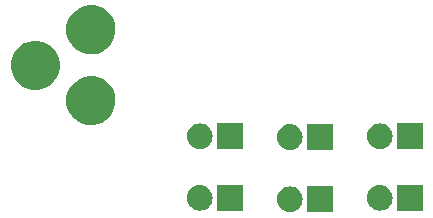
<source format=gbs>
G04 #@! TF.FileFunction,Soldermask,Bot*
%FSLAX46Y46*%
G04 Gerber Fmt 4.6, Leading zero omitted, Abs format (unit mm)*
G04 Created by KiCad (PCBNEW 4.0.1-3.201512221402+6198~38~ubuntu14.04.1-stable) date Sat 30 Jul 2016 07:40:51 PM PDT*
%MOMM*%
G01*
G04 APERTURE LIST*
%ADD10C,0.100000*%
G04 APERTURE END LIST*
D10*
G36*
X132363080Y-105922317D02*
X132363090Y-105922320D01*
X132363117Y-105922323D01*
X132566745Y-105985356D01*
X132754250Y-106086740D01*
X132918493Y-106222614D01*
X133053217Y-106387801D01*
X133153289Y-106576010D01*
X133214899Y-106780072D01*
X133235700Y-106992215D01*
X133235700Y-107002785D01*
X133235594Y-107018034D01*
X133211833Y-107229866D01*
X133147380Y-107433048D01*
X133044689Y-107619842D01*
X132907672Y-107783132D01*
X132741549Y-107916699D01*
X132552645Y-108015455D01*
X132348158Y-108075639D01*
X132348130Y-108075642D01*
X132348122Y-108075644D01*
X132135876Y-108094959D01*
X131923920Y-108072683D01*
X131923910Y-108072680D01*
X131923883Y-108072677D01*
X131720255Y-108009644D01*
X131532750Y-107908260D01*
X131368507Y-107772386D01*
X131233783Y-107607199D01*
X131133711Y-107418990D01*
X131072101Y-107214928D01*
X131051300Y-107002785D01*
X131051300Y-106992215D01*
X131051406Y-106976966D01*
X131075167Y-106765134D01*
X131139620Y-106561952D01*
X131242311Y-106375158D01*
X131379328Y-106211868D01*
X131545451Y-106078301D01*
X131734355Y-105979545D01*
X131938842Y-105919361D01*
X131938870Y-105919358D01*
X131938878Y-105919356D01*
X132151124Y-105900041D01*
X132363080Y-105922317D01*
X132363080Y-105922317D01*
G37*
G36*
X135775700Y-108089700D02*
X133591300Y-108089700D01*
X133591300Y-105905300D01*
X135775700Y-105905300D01*
X135775700Y-108089700D01*
X135775700Y-108089700D01*
G37*
G36*
X124743080Y-105795317D02*
X124743090Y-105795320D01*
X124743117Y-105795323D01*
X124946745Y-105858356D01*
X125134250Y-105959740D01*
X125298493Y-106095614D01*
X125433217Y-106260801D01*
X125533289Y-106449010D01*
X125594899Y-106653072D01*
X125615700Y-106865215D01*
X125615700Y-106875785D01*
X125615594Y-106891034D01*
X125591833Y-107102866D01*
X125527380Y-107306048D01*
X125424689Y-107492842D01*
X125287672Y-107656132D01*
X125121549Y-107789699D01*
X124932645Y-107888455D01*
X124728158Y-107948639D01*
X124728130Y-107948642D01*
X124728122Y-107948644D01*
X124515876Y-107967959D01*
X124303920Y-107945683D01*
X124303910Y-107945680D01*
X124303883Y-107945677D01*
X124100255Y-107882644D01*
X123912750Y-107781260D01*
X123748507Y-107645386D01*
X123613783Y-107480199D01*
X123513711Y-107291990D01*
X123452101Y-107087928D01*
X123431300Y-106875785D01*
X123431300Y-106865215D01*
X123431406Y-106849966D01*
X123455167Y-106638134D01*
X123519620Y-106434952D01*
X123622311Y-106248158D01*
X123759328Y-106084868D01*
X123925451Y-105951301D01*
X124114355Y-105852545D01*
X124318842Y-105792361D01*
X124318870Y-105792358D01*
X124318878Y-105792356D01*
X124531124Y-105773041D01*
X124743080Y-105795317D01*
X124743080Y-105795317D01*
G37*
G36*
X139983080Y-105795317D02*
X139983090Y-105795320D01*
X139983117Y-105795323D01*
X140186745Y-105858356D01*
X140374250Y-105959740D01*
X140538493Y-106095614D01*
X140673217Y-106260801D01*
X140773289Y-106449010D01*
X140834899Y-106653072D01*
X140855700Y-106865215D01*
X140855700Y-106875785D01*
X140855594Y-106891034D01*
X140831833Y-107102866D01*
X140767380Y-107306048D01*
X140664689Y-107492842D01*
X140527672Y-107656132D01*
X140361549Y-107789699D01*
X140172645Y-107888455D01*
X139968158Y-107948639D01*
X139968130Y-107948642D01*
X139968122Y-107948644D01*
X139755876Y-107967959D01*
X139543920Y-107945683D01*
X139543910Y-107945680D01*
X139543883Y-107945677D01*
X139340255Y-107882644D01*
X139152750Y-107781260D01*
X138988507Y-107645386D01*
X138853783Y-107480199D01*
X138753711Y-107291990D01*
X138692101Y-107087928D01*
X138671300Y-106875785D01*
X138671300Y-106865215D01*
X138671406Y-106849966D01*
X138695167Y-106638134D01*
X138759620Y-106434952D01*
X138862311Y-106248158D01*
X138999328Y-106084868D01*
X139165451Y-105951301D01*
X139354355Y-105852545D01*
X139558842Y-105792361D01*
X139558870Y-105792358D01*
X139558878Y-105792356D01*
X139771124Y-105773041D01*
X139983080Y-105795317D01*
X139983080Y-105795317D01*
G37*
G36*
X143395700Y-107962700D02*
X141211300Y-107962700D01*
X141211300Y-105778300D01*
X143395700Y-105778300D01*
X143395700Y-107962700D01*
X143395700Y-107962700D01*
G37*
G36*
X128155700Y-107962700D02*
X125971300Y-107962700D01*
X125971300Y-105778300D01*
X128155700Y-105778300D01*
X128155700Y-107962700D01*
X128155700Y-107962700D01*
G37*
G36*
X132363080Y-100651817D02*
X132363090Y-100651820D01*
X132363117Y-100651823D01*
X132566745Y-100714856D01*
X132754250Y-100816240D01*
X132918493Y-100952114D01*
X133053217Y-101117301D01*
X133153289Y-101305510D01*
X133214899Y-101509572D01*
X133235700Y-101721715D01*
X133235700Y-101732285D01*
X133235594Y-101747534D01*
X133211833Y-101959366D01*
X133147380Y-102162548D01*
X133044689Y-102349342D01*
X132907672Y-102512632D01*
X132741549Y-102646199D01*
X132552645Y-102744955D01*
X132348158Y-102805139D01*
X132348130Y-102805142D01*
X132348122Y-102805144D01*
X132135876Y-102824459D01*
X131923920Y-102802183D01*
X131923910Y-102802180D01*
X131923883Y-102802177D01*
X131720255Y-102739144D01*
X131532750Y-102637760D01*
X131368507Y-102501886D01*
X131233783Y-102336699D01*
X131133711Y-102148490D01*
X131072101Y-101944428D01*
X131051300Y-101732285D01*
X131051300Y-101721715D01*
X131051406Y-101706466D01*
X131075167Y-101494634D01*
X131139620Y-101291452D01*
X131242311Y-101104658D01*
X131379328Y-100941368D01*
X131545451Y-100807801D01*
X131734355Y-100709045D01*
X131938842Y-100648861D01*
X131938870Y-100648858D01*
X131938878Y-100648856D01*
X132151124Y-100629541D01*
X132363080Y-100651817D01*
X132363080Y-100651817D01*
G37*
G36*
X135775700Y-102819200D02*
X133591300Y-102819200D01*
X133591300Y-100634800D01*
X135775700Y-100634800D01*
X135775700Y-102819200D01*
X135775700Y-102819200D01*
G37*
G36*
X124743080Y-100588317D02*
X124743090Y-100588320D01*
X124743117Y-100588323D01*
X124946745Y-100651356D01*
X125134250Y-100752740D01*
X125298493Y-100888614D01*
X125433217Y-101053801D01*
X125533289Y-101242010D01*
X125594899Y-101446072D01*
X125615700Y-101658215D01*
X125615700Y-101668785D01*
X125615594Y-101684034D01*
X125591833Y-101895866D01*
X125527380Y-102099048D01*
X125424689Y-102285842D01*
X125287672Y-102449132D01*
X125121549Y-102582699D01*
X124932645Y-102681455D01*
X124728158Y-102741639D01*
X124728130Y-102741642D01*
X124728122Y-102741644D01*
X124515876Y-102760959D01*
X124303920Y-102738683D01*
X124303910Y-102738680D01*
X124303883Y-102738677D01*
X124100255Y-102675644D01*
X123912750Y-102574260D01*
X123748507Y-102438386D01*
X123613783Y-102273199D01*
X123513711Y-102084990D01*
X123452101Y-101880928D01*
X123431300Y-101668785D01*
X123431300Y-101658215D01*
X123431406Y-101642966D01*
X123455167Y-101431134D01*
X123519620Y-101227952D01*
X123622311Y-101041158D01*
X123759328Y-100877868D01*
X123925451Y-100744301D01*
X124114355Y-100645545D01*
X124318842Y-100585361D01*
X124318870Y-100585358D01*
X124318878Y-100585356D01*
X124531124Y-100566041D01*
X124743080Y-100588317D01*
X124743080Y-100588317D01*
G37*
G36*
X139983080Y-100588317D02*
X139983090Y-100588320D01*
X139983117Y-100588323D01*
X140186745Y-100651356D01*
X140374250Y-100752740D01*
X140538493Y-100888614D01*
X140673217Y-101053801D01*
X140773289Y-101242010D01*
X140834899Y-101446072D01*
X140855700Y-101658215D01*
X140855700Y-101668785D01*
X140855594Y-101684034D01*
X140831833Y-101895866D01*
X140767380Y-102099048D01*
X140664689Y-102285842D01*
X140527672Y-102449132D01*
X140361549Y-102582699D01*
X140172645Y-102681455D01*
X139968158Y-102741639D01*
X139968130Y-102741642D01*
X139968122Y-102741644D01*
X139755876Y-102760959D01*
X139543920Y-102738683D01*
X139543910Y-102738680D01*
X139543883Y-102738677D01*
X139340255Y-102675644D01*
X139152750Y-102574260D01*
X138988507Y-102438386D01*
X138853783Y-102273199D01*
X138753711Y-102084990D01*
X138692101Y-101880928D01*
X138671300Y-101668785D01*
X138671300Y-101658215D01*
X138671406Y-101642966D01*
X138695167Y-101431134D01*
X138759620Y-101227952D01*
X138862311Y-101041158D01*
X138999328Y-100877868D01*
X139165451Y-100744301D01*
X139354355Y-100645545D01*
X139558842Y-100585361D01*
X139558870Y-100585358D01*
X139558878Y-100585356D01*
X139771124Y-100566041D01*
X139983080Y-100588317D01*
X139983080Y-100588317D01*
G37*
G36*
X143395700Y-102755700D02*
X141211300Y-102755700D01*
X141211300Y-100571300D01*
X143395700Y-100571300D01*
X143395700Y-102755700D01*
X143395700Y-102755700D01*
G37*
G36*
X128155700Y-102755700D02*
X125971300Y-102755700D01*
X125971300Y-100571300D01*
X128155700Y-100571300D01*
X128155700Y-102755700D01*
X128155700Y-102755700D01*
G37*
G36*
X115534071Y-96581321D02*
X115932922Y-96663193D01*
X116308271Y-96820976D01*
X116645820Y-97048656D01*
X116932729Y-97337575D01*
X117158047Y-97676705D01*
X117313206Y-98053149D01*
X117392238Y-98452293D01*
X117392238Y-98452300D01*
X117392289Y-98452558D01*
X117385795Y-98917616D01*
X117385737Y-98917871D01*
X117385737Y-98917878D01*
X117295591Y-99314661D01*
X117129981Y-99686626D01*
X116895279Y-100019338D01*
X116600424Y-100300124D01*
X116256644Y-100518293D01*
X115877030Y-100665536D01*
X115476058Y-100736238D01*
X115068976Y-100727711D01*
X114671313Y-100640279D01*
X114298207Y-100477273D01*
X113963861Y-100244896D01*
X113681024Y-99952010D01*
X113460456Y-99609756D01*
X113310571Y-99231189D01*
X113237069Y-98830711D01*
X113242754Y-98423587D01*
X113327408Y-98025323D01*
X113487807Y-97651083D01*
X113717843Y-97315124D01*
X114008747Y-97030250D01*
X114349449Y-96807301D01*
X114726969Y-96654773D01*
X115126917Y-96578479D01*
X115534071Y-96581321D01*
X115534071Y-96581321D01*
G37*
G36*
X110835071Y-93581581D02*
X111233922Y-93663453D01*
X111609271Y-93821236D01*
X111946820Y-94048916D01*
X112233729Y-94337835D01*
X112459047Y-94676965D01*
X112614206Y-95053409D01*
X112693238Y-95452553D01*
X112693238Y-95452560D01*
X112693289Y-95452818D01*
X112686795Y-95917876D01*
X112686737Y-95918131D01*
X112686737Y-95918138D01*
X112596591Y-96314921D01*
X112430981Y-96686886D01*
X112196279Y-97019598D01*
X111901424Y-97300384D01*
X111557644Y-97518553D01*
X111178030Y-97665796D01*
X110777058Y-97736498D01*
X110369976Y-97727971D01*
X109972313Y-97640539D01*
X109599207Y-97477533D01*
X109264861Y-97245156D01*
X108982024Y-96952270D01*
X108761456Y-96610016D01*
X108611571Y-96231449D01*
X108538069Y-95830971D01*
X108543754Y-95423847D01*
X108628408Y-95025583D01*
X108788807Y-94651343D01*
X109018843Y-94315384D01*
X109309747Y-94030510D01*
X109650449Y-93807561D01*
X110027969Y-93655033D01*
X110427917Y-93578739D01*
X110835071Y-93581581D01*
X110835071Y-93581581D01*
G37*
G36*
X115534071Y-90581841D02*
X115932922Y-90663713D01*
X116308271Y-90821496D01*
X116645820Y-91049176D01*
X116932729Y-91338095D01*
X117158047Y-91677225D01*
X117313206Y-92053669D01*
X117392238Y-92452813D01*
X117392238Y-92452820D01*
X117392289Y-92453078D01*
X117385795Y-92918136D01*
X117385737Y-92918391D01*
X117385737Y-92918398D01*
X117295591Y-93315181D01*
X117129981Y-93687146D01*
X116895279Y-94019858D01*
X116600424Y-94300644D01*
X116256644Y-94518813D01*
X115877030Y-94666056D01*
X115476058Y-94736758D01*
X115068976Y-94728231D01*
X114671313Y-94640799D01*
X114298207Y-94477793D01*
X113963861Y-94245416D01*
X113681024Y-93952530D01*
X113460456Y-93610276D01*
X113310571Y-93231709D01*
X113237069Y-92831231D01*
X113242754Y-92424107D01*
X113327408Y-92025843D01*
X113487807Y-91651603D01*
X113717843Y-91315644D01*
X114008747Y-91030770D01*
X114349449Y-90807821D01*
X114726969Y-90655293D01*
X115126917Y-90578999D01*
X115534071Y-90581841D01*
X115534071Y-90581841D01*
G37*
M02*

</source>
